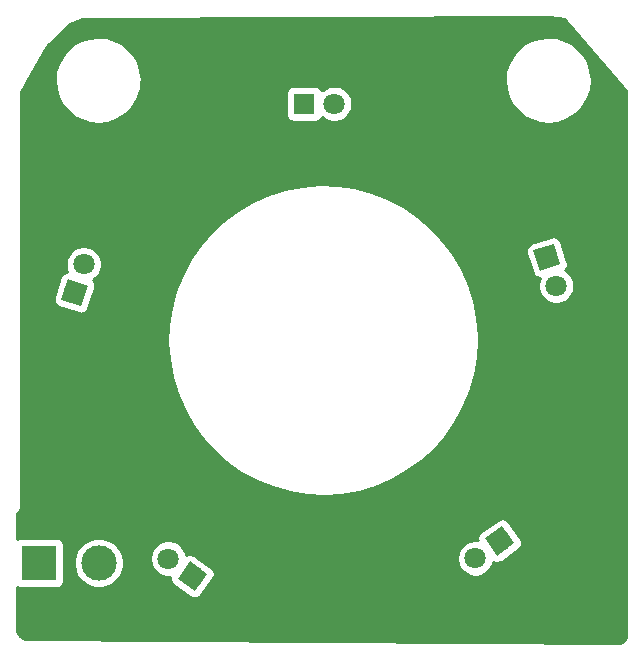
<source format=gbr>
G04 #@! TF.GenerationSoftware,KiCad,Pcbnew,(5.1.0)-1*
G04 #@! TF.CreationDate,2019-11-21T20:20:06-05:00*
G04 #@! TF.ProjectId,gopro_lights,676f7072-6f5f-46c6-9967-6874732e6b69,1*
G04 #@! TF.SameCoordinates,Original*
G04 #@! TF.FileFunction,Copper,L2,Bot*
G04 #@! TF.FilePolarity,Positive*
%FSLAX46Y46*%
G04 Gerber Fmt 4.6, Leading zero omitted, Abs format (unit mm)*
G04 Created by KiCad (PCBNEW (5.1.0)-1) date 2019-11-21 20:20:06*
%MOMM*%
%LPD*%
G04 APERTURE LIST*
%ADD10R,1.800000X1.800000*%
%ADD11C,1.800000*%
%ADD12C,0.100000*%
%ADD13R,3.000000X3.000000*%
%ADD14C,3.000000*%
%ADD15C,0.800000*%
%ADD16C,0.254000*%
G04 APERTURE END LIST*
D10*
X104460000Y-66000000D03*
D11*
X107000000Y-66000000D03*
X85784903Y-79584316D03*
X85000000Y-82000000D03*
D12*
G36*
X85577836Y-83134066D02*
G01*
X83865934Y-82577836D01*
X84422164Y-80865934D01*
X86134066Y-81422164D01*
X85577836Y-83134066D01*
X85577836Y-83134066D01*
G37*
D11*
X95000000Y-106000000D03*
D12*
G36*
X96257122Y-105800891D02*
G01*
X95199109Y-107257122D01*
X93742878Y-106199109D01*
X94800891Y-104742878D01*
X96257122Y-105800891D01*
X96257122Y-105800891D01*
G37*
D11*
X92945097Y-104507025D03*
X118945097Y-104492975D03*
X121000000Y-103000000D03*
D12*
G36*
X121199109Y-101742878D02*
G01*
X122257122Y-103199109D01*
X120800891Y-104257122D01*
X119742878Y-102800891D01*
X121199109Y-101742878D01*
X121199109Y-101742878D01*
G37*
D11*
X125000000Y-79000000D03*
D12*
G36*
X123865934Y-78422164D02*
G01*
X125577836Y-77865934D01*
X126134066Y-79577836D01*
X124422164Y-80134066D01*
X123865934Y-78422164D01*
X123865934Y-78422164D01*
G37*
D11*
X125784903Y-81415684D03*
D13*
X81980000Y-104870000D03*
D14*
X87060000Y-104870000D03*
D15*
X106480000Y-110980000D03*
D16*
G36*
X125983594Y-58739638D02*
G01*
X126458304Y-58860068D01*
X126579566Y-58971699D01*
X131401496Y-64471969D01*
X131690000Y-64952809D01*
X131690001Y-110977572D01*
X131690000Y-110977582D01*
X131690000Y-111067723D01*
X131670898Y-111262540D01*
X131642636Y-111356149D01*
X131619053Y-111384543D01*
X131486203Y-111492266D01*
X131334892Y-111571996D01*
X131170927Y-111620674D01*
X130994386Y-111637001D01*
X81009509Y-111338957D01*
X80834015Y-111320699D01*
X80671358Y-111270545D01*
X80521546Y-111189768D01*
X80390259Y-111081430D01*
X80282514Y-110949670D01*
X80202403Y-110799492D01*
X80152977Y-110636613D01*
X80135501Y-110461043D01*
X80130161Y-106903025D01*
X80235820Y-106959502D01*
X80355518Y-106995812D01*
X80480000Y-107008072D01*
X83480000Y-107008072D01*
X83604482Y-106995812D01*
X83724180Y-106959502D01*
X83834494Y-106900537D01*
X83931185Y-106821185D01*
X84010537Y-106724494D01*
X84069502Y-106614180D01*
X84105812Y-106494482D01*
X84118072Y-106370000D01*
X84118072Y-104659721D01*
X84925000Y-104659721D01*
X84925000Y-105080279D01*
X85007047Y-105492756D01*
X85167988Y-105881302D01*
X85401637Y-106230983D01*
X85699017Y-106528363D01*
X86048698Y-106762012D01*
X86437244Y-106922953D01*
X86849721Y-107005000D01*
X87270279Y-107005000D01*
X87682756Y-106922953D01*
X88071302Y-106762012D01*
X88420983Y-106528363D01*
X88718363Y-106230983D01*
X88952012Y-105881302D01*
X89112953Y-105492756D01*
X89195000Y-105080279D01*
X89195000Y-104659721D01*
X89134555Y-104355841D01*
X91410097Y-104355841D01*
X91410097Y-104658209D01*
X91469086Y-104954768D01*
X91584798Y-105234120D01*
X91752785Y-105485530D01*
X91966592Y-105699337D01*
X92218002Y-105867324D01*
X92497354Y-105983036D01*
X92793913Y-106042025D01*
X93096281Y-106042025D01*
X93127401Y-106035835D01*
X93122436Y-106050154D01*
X93105298Y-106174059D01*
X93112662Y-106298926D01*
X93144244Y-106419957D01*
X93198832Y-106532501D01*
X93274328Y-106632233D01*
X93367829Y-106715320D01*
X94824060Y-107773333D01*
X94931974Y-107836583D01*
X95050154Y-107877564D01*
X95174059Y-107894702D01*
X95298926Y-107887338D01*
X95419957Y-107855756D01*
X95532501Y-107801168D01*
X95632233Y-107725672D01*
X95715320Y-107632171D01*
X96773333Y-106175940D01*
X96836583Y-106068026D01*
X96877564Y-105949846D01*
X96894702Y-105825941D01*
X96887338Y-105701074D01*
X96855756Y-105580043D01*
X96801168Y-105467499D01*
X96725672Y-105367767D01*
X96632171Y-105284680D01*
X95334395Y-104341791D01*
X117410097Y-104341791D01*
X117410097Y-104644159D01*
X117469086Y-104940718D01*
X117584798Y-105220070D01*
X117752785Y-105471480D01*
X117966592Y-105685287D01*
X118218002Y-105853274D01*
X118497354Y-105968986D01*
X118793913Y-106027975D01*
X119096281Y-106027975D01*
X119392840Y-105968986D01*
X119672192Y-105853274D01*
X119923602Y-105685287D01*
X120137409Y-105471480D01*
X120305396Y-105220070D01*
X120421108Y-104940718D01*
X120451305Y-104788909D01*
X120467499Y-104801168D01*
X120580043Y-104855756D01*
X120701074Y-104887338D01*
X120825941Y-104894702D01*
X120949846Y-104877564D01*
X121068026Y-104836583D01*
X121175940Y-104773333D01*
X122632171Y-103715320D01*
X122725672Y-103632233D01*
X122801168Y-103532501D01*
X122855756Y-103419957D01*
X122887338Y-103298926D01*
X122894702Y-103174059D01*
X122877564Y-103050154D01*
X122836583Y-102931974D01*
X122773333Y-102824060D01*
X121715320Y-101367829D01*
X121632233Y-101274328D01*
X121532501Y-101198832D01*
X121419957Y-101144244D01*
X121298926Y-101112662D01*
X121174059Y-101105298D01*
X121050154Y-101122436D01*
X120931974Y-101163417D01*
X120824060Y-101226667D01*
X119367829Y-102284680D01*
X119274328Y-102367767D01*
X119198832Y-102467499D01*
X119144244Y-102580043D01*
X119112662Y-102701074D01*
X119105298Y-102825941D01*
X119122436Y-102949846D01*
X119127401Y-102964165D01*
X119096281Y-102957975D01*
X118793913Y-102957975D01*
X118497354Y-103016964D01*
X118218002Y-103132676D01*
X117966592Y-103300663D01*
X117752785Y-103514470D01*
X117584798Y-103765880D01*
X117469086Y-104045232D01*
X117410097Y-104341791D01*
X95334395Y-104341791D01*
X95175940Y-104226667D01*
X95068026Y-104163417D01*
X94949846Y-104122436D01*
X94825941Y-104105298D01*
X94701074Y-104112662D01*
X94580043Y-104144244D01*
X94467499Y-104198832D01*
X94451305Y-104211091D01*
X94421108Y-104059282D01*
X94305396Y-103779930D01*
X94137409Y-103528520D01*
X93923602Y-103314713D01*
X93672192Y-103146726D01*
X93392840Y-103031014D01*
X93096281Y-102972025D01*
X92793913Y-102972025D01*
X92497354Y-103031014D01*
X92218002Y-103146726D01*
X91966592Y-103314713D01*
X91752785Y-103528520D01*
X91584798Y-103779930D01*
X91469086Y-104059282D01*
X91410097Y-104355841D01*
X89134555Y-104355841D01*
X89112953Y-104247244D01*
X88952012Y-103858698D01*
X88718363Y-103509017D01*
X88420983Y-103211637D01*
X88071302Y-102977988D01*
X87682756Y-102817047D01*
X87270279Y-102735000D01*
X86849721Y-102735000D01*
X86437244Y-102817047D01*
X86048698Y-102977988D01*
X85699017Y-103211637D01*
X85401637Y-103509017D01*
X85167988Y-103858698D01*
X85007047Y-104247244D01*
X84925000Y-104659721D01*
X84118072Y-104659721D01*
X84118072Y-103370000D01*
X84105812Y-103245518D01*
X84069502Y-103125820D01*
X84010537Y-103015506D01*
X83931185Y-102918815D01*
X83834494Y-102839463D01*
X83724180Y-102780498D01*
X83604482Y-102744188D01*
X83480000Y-102731928D01*
X80480000Y-102731928D01*
X80355518Y-102744188D01*
X80235820Y-102780498D01*
X80125506Y-102839463D01*
X80124064Y-102840646D01*
X80120870Y-100712511D01*
X80243769Y-100589612D01*
X80268948Y-100568948D01*
X80351425Y-100468450D01*
X80412710Y-100353793D01*
X80450450Y-100229383D01*
X80460000Y-100132419D01*
X80460000Y-100132412D01*
X80463192Y-100100000D01*
X80460000Y-100067588D01*
X80460000Y-86184022D01*
X92871285Y-86184022D01*
X92973928Y-87651892D01*
X93239554Y-89099173D01*
X93664851Y-90507825D01*
X94244519Y-91860292D01*
X94971332Y-93139714D01*
X95836232Y-94330146D01*
X96828437Y-95416750D01*
X97935582Y-96385982D01*
X99143866Y-97225761D01*
X100438229Y-97925621D01*
X101802538Y-98476837D01*
X103219788Y-98872541D01*
X104672315Y-99107799D01*
X106142013Y-99179679D01*
X107610564Y-99087285D01*
X109059664Y-98831770D01*
X110471252Y-98416317D01*
X111827732Y-97846106D01*
X113112197Y-97128242D01*
X114308638Y-96271674D01*
X115402142Y-95287079D01*
X116379080Y-94186728D01*
X117227274Y-92984336D01*
X117936153Y-91694890D01*
X118496881Y-90334462D01*
X118902468Y-88920009D01*
X119147861Y-87469161D01*
X119230000Y-86000000D01*
X119224861Y-85631993D01*
X119101733Y-84165699D01*
X118815926Y-82722267D01*
X118371002Y-81319690D01*
X117772508Y-79975449D01*
X117027902Y-78706299D01*
X116777890Y-78372101D01*
X123229829Y-78372101D01*
X123232285Y-78497161D01*
X123259091Y-78619339D01*
X123815321Y-80331241D01*
X123865449Y-80445841D01*
X123936970Y-80548460D01*
X124027137Y-80635155D01*
X124132485Y-80702592D01*
X124248965Y-80748182D01*
X124372101Y-80770171D01*
X124390965Y-80769801D01*
X124308892Y-80967941D01*
X124249903Y-81264500D01*
X124249903Y-81566868D01*
X124308892Y-81863427D01*
X124424604Y-82142779D01*
X124592591Y-82394189D01*
X124806398Y-82607996D01*
X125057808Y-82775983D01*
X125337160Y-82891695D01*
X125633719Y-82950684D01*
X125936087Y-82950684D01*
X126232646Y-82891695D01*
X126511998Y-82775983D01*
X126763408Y-82607996D01*
X126977215Y-82394189D01*
X127145202Y-82142779D01*
X127260914Y-81863427D01*
X127319903Y-81566868D01*
X127319903Y-81264500D01*
X127260914Y-80967941D01*
X127145202Y-80688589D01*
X126977215Y-80437179D01*
X126763408Y-80223372D01*
X126536213Y-80071565D01*
X126548460Y-80063030D01*
X126635155Y-79972863D01*
X126702592Y-79867515D01*
X126748182Y-79751035D01*
X126770171Y-79627899D01*
X126767715Y-79502839D01*
X126740909Y-79380661D01*
X126184679Y-77668759D01*
X126134551Y-77554159D01*
X126063030Y-77451540D01*
X125972863Y-77364845D01*
X125867515Y-77297408D01*
X125751035Y-77251818D01*
X125627899Y-77229829D01*
X125502839Y-77232285D01*
X125380661Y-77259091D01*
X123668759Y-77815321D01*
X123554159Y-77865449D01*
X123451540Y-77936970D01*
X123364845Y-78027137D01*
X123297408Y-78132485D01*
X123251818Y-78248965D01*
X123229829Y-78372101D01*
X116777890Y-78372101D01*
X116146466Y-77528059D01*
X115139186Y-76455415D01*
X114018616Y-75501736D01*
X112798725Y-74678909D01*
X111494716Y-73997189D01*
X110122844Y-73465075D01*
X108700207Y-73089198D01*
X107244537Y-72874244D01*
X105773979Y-72822891D01*
X104306861Y-72935779D01*
X102861469Y-73211502D01*
X101455820Y-73646623D01*
X100107434Y-74235719D01*
X98833117Y-74971446D01*
X97648752Y-75844635D01*
X96569101Y-76844403D01*
X95607623Y-77958287D01*
X94776299Y-79172404D01*
X94085493Y-80471622D01*
X93543814Y-81839746D01*
X93158015Y-83259724D01*
X92932903Y-84713857D01*
X92871285Y-86184022D01*
X80460000Y-86184022D01*
X80460000Y-82627899D01*
X83229829Y-82627899D01*
X83251818Y-82751035D01*
X83297408Y-82867515D01*
X83364845Y-82972863D01*
X83451540Y-83063030D01*
X83554159Y-83134551D01*
X83668759Y-83184679D01*
X85380661Y-83740909D01*
X85502839Y-83767715D01*
X85627899Y-83770171D01*
X85751035Y-83748182D01*
X85867515Y-83702592D01*
X85972863Y-83635155D01*
X86063030Y-83548460D01*
X86134551Y-83445841D01*
X86184679Y-83331241D01*
X86740909Y-81619339D01*
X86767715Y-81497161D01*
X86770171Y-81372101D01*
X86748182Y-81248965D01*
X86702592Y-81132485D01*
X86635155Y-81027137D01*
X86548460Y-80936970D01*
X86536213Y-80928435D01*
X86763408Y-80776628D01*
X86977215Y-80562821D01*
X87145202Y-80311411D01*
X87260914Y-80032059D01*
X87319903Y-79735500D01*
X87319903Y-79433132D01*
X87260914Y-79136573D01*
X87145202Y-78857221D01*
X86977215Y-78605811D01*
X86763408Y-78392004D01*
X86511998Y-78224017D01*
X86232646Y-78108305D01*
X85936087Y-78049316D01*
X85633719Y-78049316D01*
X85337160Y-78108305D01*
X85057808Y-78224017D01*
X84806398Y-78392004D01*
X84592591Y-78605811D01*
X84424604Y-78857221D01*
X84308892Y-79136573D01*
X84249903Y-79433132D01*
X84249903Y-79735500D01*
X84308892Y-80032059D01*
X84390965Y-80230199D01*
X84372101Y-80229829D01*
X84248965Y-80251818D01*
X84132485Y-80297408D01*
X84027137Y-80364845D01*
X83936970Y-80451540D01*
X83865449Y-80554159D01*
X83815321Y-80668759D01*
X83259091Y-82380661D01*
X83232285Y-82502839D01*
X83229829Y-82627899D01*
X80460000Y-82627899D01*
X80460000Y-64979257D01*
X81004171Y-64051381D01*
X83320359Y-64051381D01*
X83400417Y-64765115D01*
X83617582Y-65449706D01*
X83963582Y-66079079D01*
X84425239Y-66629259D01*
X84984967Y-67079293D01*
X85621448Y-67412037D01*
X86310437Y-67614817D01*
X87025691Y-67679910D01*
X87739967Y-67604837D01*
X88426057Y-67392456D01*
X89057830Y-67050858D01*
X89611220Y-66593054D01*
X90065150Y-66036481D01*
X90402329Y-65402339D01*
X90493610Y-65100000D01*
X102921928Y-65100000D01*
X102921928Y-66900000D01*
X102934188Y-67024482D01*
X102970498Y-67144180D01*
X103029463Y-67254494D01*
X103108815Y-67351185D01*
X103205506Y-67430537D01*
X103315820Y-67489502D01*
X103435518Y-67525812D01*
X103560000Y-67538072D01*
X105360000Y-67538072D01*
X105484482Y-67525812D01*
X105604180Y-67489502D01*
X105714494Y-67430537D01*
X105811185Y-67351185D01*
X105890537Y-67254494D01*
X105949502Y-67144180D01*
X105955056Y-67125873D01*
X106021495Y-67192312D01*
X106272905Y-67360299D01*
X106552257Y-67476011D01*
X106848816Y-67535000D01*
X107151184Y-67535000D01*
X107447743Y-67476011D01*
X107727095Y-67360299D01*
X107978505Y-67192312D01*
X108192312Y-66978505D01*
X108360299Y-66727095D01*
X108476011Y-66447743D01*
X108535000Y-66151184D01*
X108535000Y-65848816D01*
X108476011Y-65552257D01*
X108360299Y-65272905D01*
X108192312Y-65021495D01*
X107978505Y-64807688D01*
X107727095Y-64639701D01*
X107447743Y-64523989D01*
X107151184Y-64465000D01*
X106848816Y-64465000D01*
X106552257Y-64523989D01*
X106272905Y-64639701D01*
X106021495Y-64807688D01*
X105955056Y-64874127D01*
X105949502Y-64855820D01*
X105890537Y-64745506D01*
X105811185Y-64648815D01*
X105714494Y-64569463D01*
X105604180Y-64510498D01*
X105484482Y-64474188D01*
X105360000Y-64461928D01*
X103560000Y-64461928D01*
X103435518Y-64474188D01*
X103315820Y-64510498D01*
X103205506Y-64569463D01*
X103108815Y-64648815D01*
X103029463Y-64745506D01*
X102970498Y-64855820D01*
X102934188Y-64975518D01*
X102921928Y-65100000D01*
X90493610Y-65100000D01*
X90609915Y-64714782D01*
X90674962Y-64051381D01*
X121420359Y-64051381D01*
X121500417Y-64765115D01*
X121717582Y-65449706D01*
X122063582Y-66079079D01*
X122525239Y-66629259D01*
X123084967Y-67079293D01*
X123721448Y-67412037D01*
X124410437Y-67614817D01*
X125125691Y-67679910D01*
X125839967Y-67604837D01*
X126526057Y-67392456D01*
X127157830Y-67050858D01*
X127711220Y-66593054D01*
X128165150Y-66036481D01*
X128502329Y-65402339D01*
X128709915Y-64714782D01*
X128780000Y-64000000D01*
X128778565Y-63897248D01*
X128688550Y-63184702D01*
X128461847Y-62503209D01*
X128107093Y-61878729D01*
X127637800Y-61335048D01*
X127071843Y-60892873D01*
X126430778Y-60569048D01*
X125739025Y-60375907D01*
X125022932Y-60320807D01*
X124309774Y-60405846D01*
X123626716Y-60627785D01*
X122999774Y-60978171D01*
X122452830Y-61443657D01*
X122006715Y-62006514D01*
X121678423Y-62645302D01*
X121480457Y-63335690D01*
X121420359Y-64051381D01*
X90674962Y-64051381D01*
X90680000Y-64000000D01*
X90678565Y-63897248D01*
X90588550Y-63184702D01*
X90361847Y-62503209D01*
X90007093Y-61878729D01*
X89537800Y-61335048D01*
X88971843Y-60892873D01*
X88330778Y-60569048D01*
X87639025Y-60375907D01*
X86922932Y-60320807D01*
X86209774Y-60405846D01*
X85526716Y-60627785D01*
X84899774Y-60978171D01*
X84352830Y-61443657D01*
X83906715Y-62006514D01*
X83578423Y-62645302D01*
X83380457Y-63335690D01*
X83320359Y-64051381D01*
X81004171Y-64051381D01*
X82709072Y-61144329D01*
X84613582Y-59228449D01*
X84643344Y-59210637D01*
X85457216Y-58890045D01*
X85626243Y-58853809D01*
X125188930Y-58672417D01*
X125983594Y-58739638D01*
X125983594Y-58739638D01*
G37*
X125983594Y-58739638D02*
X126458304Y-58860068D01*
X126579566Y-58971699D01*
X131401496Y-64471969D01*
X131690000Y-64952809D01*
X131690001Y-110977572D01*
X131690000Y-110977582D01*
X131690000Y-111067723D01*
X131670898Y-111262540D01*
X131642636Y-111356149D01*
X131619053Y-111384543D01*
X131486203Y-111492266D01*
X131334892Y-111571996D01*
X131170927Y-111620674D01*
X130994386Y-111637001D01*
X81009509Y-111338957D01*
X80834015Y-111320699D01*
X80671358Y-111270545D01*
X80521546Y-111189768D01*
X80390259Y-111081430D01*
X80282514Y-110949670D01*
X80202403Y-110799492D01*
X80152977Y-110636613D01*
X80135501Y-110461043D01*
X80130161Y-106903025D01*
X80235820Y-106959502D01*
X80355518Y-106995812D01*
X80480000Y-107008072D01*
X83480000Y-107008072D01*
X83604482Y-106995812D01*
X83724180Y-106959502D01*
X83834494Y-106900537D01*
X83931185Y-106821185D01*
X84010537Y-106724494D01*
X84069502Y-106614180D01*
X84105812Y-106494482D01*
X84118072Y-106370000D01*
X84118072Y-104659721D01*
X84925000Y-104659721D01*
X84925000Y-105080279D01*
X85007047Y-105492756D01*
X85167988Y-105881302D01*
X85401637Y-106230983D01*
X85699017Y-106528363D01*
X86048698Y-106762012D01*
X86437244Y-106922953D01*
X86849721Y-107005000D01*
X87270279Y-107005000D01*
X87682756Y-106922953D01*
X88071302Y-106762012D01*
X88420983Y-106528363D01*
X88718363Y-106230983D01*
X88952012Y-105881302D01*
X89112953Y-105492756D01*
X89195000Y-105080279D01*
X89195000Y-104659721D01*
X89134555Y-104355841D01*
X91410097Y-104355841D01*
X91410097Y-104658209D01*
X91469086Y-104954768D01*
X91584798Y-105234120D01*
X91752785Y-105485530D01*
X91966592Y-105699337D01*
X92218002Y-105867324D01*
X92497354Y-105983036D01*
X92793913Y-106042025D01*
X93096281Y-106042025D01*
X93127401Y-106035835D01*
X93122436Y-106050154D01*
X93105298Y-106174059D01*
X93112662Y-106298926D01*
X93144244Y-106419957D01*
X93198832Y-106532501D01*
X93274328Y-106632233D01*
X93367829Y-106715320D01*
X94824060Y-107773333D01*
X94931974Y-107836583D01*
X95050154Y-107877564D01*
X95174059Y-107894702D01*
X95298926Y-107887338D01*
X95419957Y-107855756D01*
X95532501Y-107801168D01*
X95632233Y-107725672D01*
X95715320Y-107632171D01*
X96773333Y-106175940D01*
X96836583Y-106068026D01*
X96877564Y-105949846D01*
X96894702Y-105825941D01*
X96887338Y-105701074D01*
X96855756Y-105580043D01*
X96801168Y-105467499D01*
X96725672Y-105367767D01*
X96632171Y-105284680D01*
X95334395Y-104341791D01*
X117410097Y-104341791D01*
X117410097Y-104644159D01*
X117469086Y-104940718D01*
X117584798Y-105220070D01*
X117752785Y-105471480D01*
X117966592Y-105685287D01*
X118218002Y-105853274D01*
X118497354Y-105968986D01*
X118793913Y-106027975D01*
X119096281Y-106027975D01*
X119392840Y-105968986D01*
X119672192Y-105853274D01*
X119923602Y-105685287D01*
X120137409Y-105471480D01*
X120305396Y-105220070D01*
X120421108Y-104940718D01*
X120451305Y-104788909D01*
X120467499Y-104801168D01*
X120580043Y-104855756D01*
X120701074Y-104887338D01*
X120825941Y-104894702D01*
X120949846Y-104877564D01*
X121068026Y-104836583D01*
X121175940Y-104773333D01*
X122632171Y-103715320D01*
X122725672Y-103632233D01*
X122801168Y-103532501D01*
X122855756Y-103419957D01*
X122887338Y-103298926D01*
X122894702Y-103174059D01*
X122877564Y-103050154D01*
X122836583Y-102931974D01*
X122773333Y-102824060D01*
X121715320Y-101367829D01*
X121632233Y-101274328D01*
X121532501Y-101198832D01*
X121419957Y-101144244D01*
X121298926Y-101112662D01*
X121174059Y-101105298D01*
X121050154Y-101122436D01*
X120931974Y-101163417D01*
X120824060Y-101226667D01*
X119367829Y-102284680D01*
X119274328Y-102367767D01*
X119198832Y-102467499D01*
X119144244Y-102580043D01*
X119112662Y-102701074D01*
X119105298Y-102825941D01*
X119122436Y-102949846D01*
X119127401Y-102964165D01*
X119096281Y-102957975D01*
X118793913Y-102957975D01*
X118497354Y-103016964D01*
X118218002Y-103132676D01*
X117966592Y-103300663D01*
X117752785Y-103514470D01*
X117584798Y-103765880D01*
X117469086Y-104045232D01*
X117410097Y-104341791D01*
X95334395Y-104341791D01*
X95175940Y-104226667D01*
X95068026Y-104163417D01*
X94949846Y-104122436D01*
X94825941Y-104105298D01*
X94701074Y-104112662D01*
X94580043Y-104144244D01*
X94467499Y-104198832D01*
X94451305Y-104211091D01*
X94421108Y-104059282D01*
X94305396Y-103779930D01*
X94137409Y-103528520D01*
X93923602Y-103314713D01*
X93672192Y-103146726D01*
X93392840Y-103031014D01*
X93096281Y-102972025D01*
X92793913Y-102972025D01*
X92497354Y-103031014D01*
X92218002Y-103146726D01*
X91966592Y-103314713D01*
X91752785Y-103528520D01*
X91584798Y-103779930D01*
X91469086Y-104059282D01*
X91410097Y-104355841D01*
X89134555Y-104355841D01*
X89112953Y-104247244D01*
X88952012Y-103858698D01*
X88718363Y-103509017D01*
X88420983Y-103211637D01*
X88071302Y-102977988D01*
X87682756Y-102817047D01*
X87270279Y-102735000D01*
X86849721Y-102735000D01*
X86437244Y-102817047D01*
X86048698Y-102977988D01*
X85699017Y-103211637D01*
X85401637Y-103509017D01*
X85167988Y-103858698D01*
X85007047Y-104247244D01*
X84925000Y-104659721D01*
X84118072Y-104659721D01*
X84118072Y-103370000D01*
X84105812Y-103245518D01*
X84069502Y-103125820D01*
X84010537Y-103015506D01*
X83931185Y-102918815D01*
X83834494Y-102839463D01*
X83724180Y-102780498D01*
X83604482Y-102744188D01*
X83480000Y-102731928D01*
X80480000Y-102731928D01*
X80355518Y-102744188D01*
X80235820Y-102780498D01*
X80125506Y-102839463D01*
X80124064Y-102840646D01*
X80120870Y-100712511D01*
X80243769Y-100589612D01*
X80268948Y-100568948D01*
X80351425Y-100468450D01*
X80412710Y-100353793D01*
X80450450Y-100229383D01*
X80460000Y-100132419D01*
X80460000Y-100132412D01*
X80463192Y-100100000D01*
X80460000Y-100067588D01*
X80460000Y-86184022D01*
X92871285Y-86184022D01*
X92973928Y-87651892D01*
X93239554Y-89099173D01*
X93664851Y-90507825D01*
X94244519Y-91860292D01*
X94971332Y-93139714D01*
X95836232Y-94330146D01*
X96828437Y-95416750D01*
X97935582Y-96385982D01*
X99143866Y-97225761D01*
X100438229Y-97925621D01*
X101802538Y-98476837D01*
X103219788Y-98872541D01*
X104672315Y-99107799D01*
X106142013Y-99179679D01*
X107610564Y-99087285D01*
X109059664Y-98831770D01*
X110471252Y-98416317D01*
X111827732Y-97846106D01*
X113112197Y-97128242D01*
X114308638Y-96271674D01*
X115402142Y-95287079D01*
X116379080Y-94186728D01*
X117227274Y-92984336D01*
X117936153Y-91694890D01*
X118496881Y-90334462D01*
X118902468Y-88920009D01*
X119147861Y-87469161D01*
X119230000Y-86000000D01*
X119224861Y-85631993D01*
X119101733Y-84165699D01*
X118815926Y-82722267D01*
X118371002Y-81319690D01*
X117772508Y-79975449D01*
X117027902Y-78706299D01*
X116777890Y-78372101D01*
X123229829Y-78372101D01*
X123232285Y-78497161D01*
X123259091Y-78619339D01*
X123815321Y-80331241D01*
X123865449Y-80445841D01*
X123936970Y-80548460D01*
X124027137Y-80635155D01*
X124132485Y-80702592D01*
X124248965Y-80748182D01*
X124372101Y-80770171D01*
X124390965Y-80769801D01*
X124308892Y-80967941D01*
X124249903Y-81264500D01*
X124249903Y-81566868D01*
X124308892Y-81863427D01*
X124424604Y-82142779D01*
X124592591Y-82394189D01*
X124806398Y-82607996D01*
X125057808Y-82775983D01*
X125337160Y-82891695D01*
X125633719Y-82950684D01*
X125936087Y-82950684D01*
X126232646Y-82891695D01*
X126511998Y-82775983D01*
X126763408Y-82607996D01*
X126977215Y-82394189D01*
X127145202Y-82142779D01*
X127260914Y-81863427D01*
X127319903Y-81566868D01*
X127319903Y-81264500D01*
X127260914Y-80967941D01*
X127145202Y-80688589D01*
X126977215Y-80437179D01*
X126763408Y-80223372D01*
X126536213Y-80071565D01*
X126548460Y-80063030D01*
X126635155Y-79972863D01*
X126702592Y-79867515D01*
X126748182Y-79751035D01*
X126770171Y-79627899D01*
X126767715Y-79502839D01*
X126740909Y-79380661D01*
X126184679Y-77668759D01*
X126134551Y-77554159D01*
X126063030Y-77451540D01*
X125972863Y-77364845D01*
X125867515Y-77297408D01*
X125751035Y-77251818D01*
X125627899Y-77229829D01*
X125502839Y-77232285D01*
X125380661Y-77259091D01*
X123668759Y-77815321D01*
X123554159Y-77865449D01*
X123451540Y-77936970D01*
X123364845Y-78027137D01*
X123297408Y-78132485D01*
X123251818Y-78248965D01*
X123229829Y-78372101D01*
X116777890Y-78372101D01*
X116146466Y-77528059D01*
X115139186Y-76455415D01*
X114018616Y-75501736D01*
X112798725Y-74678909D01*
X111494716Y-73997189D01*
X110122844Y-73465075D01*
X108700207Y-73089198D01*
X107244537Y-72874244D01*
X105773979Y-72822891D01*
X104306861Y-72935779D01*
X102861469Y-73211502D01*
X101455820Y-73646623D01*
X100107434Y-74235719D01*
X98833117Y-74971446D01*
X97648752Y-75844635D01*
X96569101Y-76844403D01*
X95607623Y-77958287D01*
X94776299Y-79172404D01*
X94085493Y-80471622D01*
X93543814Y-81839746D01*
X93158015Y-83259724D01*
X92932903Y-84713857D01*
X92871285Y-86184022D01*
X80460000Y-86184022D01*
X80460000Y-82627899D01*
X83229829Y-82627899D01*
X83251818Y-82751035D01*
X83297408Y-82867515D01*
X83364845Y-82972863D01*
X83451540Y-83063030D01*
X83554159Y-83134551D01*
X83668759Y-83184679D01*
X85380661Y-83740909D01*
X85502839Y-83767715D01*
X85627899Y-83770171D01*
X85751035Y-83748182D01*
X85867515Y-83702592D01*
X85972863Y-83635155D01*
X86063030Y-83548460D01*
X86134551Y-83445841D01*
X86184679Y-83331241D01*
X86740909Y-81619339D01*
X86767715Y-81497161D01*
X86770171Y-81372101D01*
X86748182Y-81248965D01*
X86702592Y-81132485D01*
X86635155Y-81027137D01*
X86548460Y-80936970D01*
X86536213Y-80928435D01*
X86763408Y-80776628D01*
X86977215Y-80562821D01*
X87145202Y-80311411D01*
X87260914Y-80032059D01*
X87319903Y-79735500D01*
X87319903Y-79433132D01*
X87260914Y-79136573D01*
X87145202Y-78857221D01*
X86977215Y-78605811D01*
X86763408Y-78392004D01*
X86511998Y-78224017D01*
X86232646Y-78108305D01*
X85936087Y-78049316D01*
X85633719Y-78049316D01*
X85337160Y-78108305D01*
X85057808Y-78224017D01*
X84806398Y-78392004D01*
X84592591Y-78605811D01*
X84424604Y-78857221D01*
X84308892Y-79136573D01*
X84249903Y-79433132D01*
X84249903Y-79735500D01*
X84308892Y-80032059D01*
X84390965Y-80230199D01*
X84372101Y-80229829D01*
X84248965Y-80251818D01*
X84132485Y-80297408D01*
X84027137Y-80364845D01*
X83936970Y-80451540D01*
X83865449Y-80554159D01*
X83815321Y-80668759D01*
X83259091Y-82380661D01*
X83232285Y-82502839D01*
X83229829Y-82627899D01*
X80460000Y-82627899D01*
X80460000Y-64979257D01*
X81004171Y-64051381D01*
X83320359Y-64051381D01*
X83400417Y-64765115D01*
X83617582Y-65449706D01*
X83963582Y-66079079D01*
X84425239Y-66629259D01*
X84984967Y-67079293D01*
X85621448Y-67412037D01*
X86310437Y-67614817D01*
X87025691Y-67679910D01*
X87739967Y-67604837D01*
X88426057Y-67392456D01*
X89057830Y-67050858D01*
X89611220Y-66593054D01*
X90065150Y-66036481D01*
X90402329Y-65402339D01*
X90493610Y-65100000D01*
X102921928Y-65100000D01*
X102921928Y-66900000D01*
X102934188Y-67024482D01*
X102970498Y-67144180D01*
X103029463Y-67254494D01*
X103108815Y-67351185D01*
X103205506Y-67430537D01*
X103315820Y-67489502D01*
X103435518Y-67525812D01*
X103560000Y-67538072D01*
X105360000Y-67538072D01*
X105484482Y-67525812D01*
X105604180Y-67489502D01*
X105714494Y-67430537D01*
X105811185Y-67351185D01*
X105890537Y-67254494D01*
X105949502Y-67144180D01*
X105955056Y-67125873D01*
X106021495Y-67192312D01*
X106272905Y-67360299D01*
X106552257Y-67476011D01*
X106848816Y-67535000D01*
X107151184Y-67535000D01*
X107447743Y-67476011D01*
X107727095Y-67360299D01*
X107978505Y-67192312D01*
X108192312Y-66978505D01*
X108360299Y-66727095D01*
X108476011Y-66447743D01*
X108535000Y-66151184D01*
X108535000Y-65848816D01*
X108476011Y-65552257D01*
X108360299Y-65272905D01*
X108192312Y-65021495D01*
X107978505Y-64807688D01*
X107727095Y-64639701D01*
X107447743Y-64523989D01*
X107151184Y-64465000D01*
X106848816Y-64465000D01*
X106552257Y-64523989D01*
X106272905Y-64639701D01*
X106021495Y-64807688D01*
X105955056Y-64874127D01*
X105949502Y-64855820D01*
X105890537Y-64745506D01*
X105811185Y-64648815D01*
X105714494Y-64569463D01*
X105604180Y-64510498D01*
X105484482Y-64474188D01*
X105360000Y-64461928D01*
X103560000Y-64461928D01*
X103435518Y-64474188D01*
X103315820Y-64510498D01*
X103205506Y-64569463D01*
X103108815Y-64648815D01*
X103029463Y-64745506D01*
X102970498Y-64855820D01*
X102934188Y-64975518D01*
X102921928Y-65100000D01*
X90493610Y-65100000D01*
X90609915Y-64714782D01*
X90674962Y-64051381D01*
X121420359Y-64051381D01*
X121500417Y-64765115D01*
X121717582Y-65449706D01*
X122063582Y-66079079D01*
X122525239Y-66629259D01*
X123084967Y-67079293D01*
X123721448Y-67412037D01*
X124410437Y-67614817D01*
X125125691Y-67679910D01*
X125839967Y-67604837D01*
X126526057Y-67392456D01*
X127157830Y-67050858D01*
X127711220Y-66593054D01*
X128165150Y-66036481D01*
X128502329Y-65402339D01*
X128709915Y-64714782D01*
X128780000Y-64000000D01*
X128778565Y-63897248D01*
X128688550Y-63184702D01*
X128461847Y-62503209D01*
X128107093Y-61878729D01*
X127637800Y-61335048D01*
X127071843Y-60892873D01*
X126430778Y-60569048D01*
X125739025Y-60375907D01*
X125022932Y-60320807D01*
X124309774Y-60405846D01*
X123626716Y-60627785D01*
X122999774Y-60978171D01*
X122452830Y-61443657D01*
X122006715Y-62006514D01*
X121678423Y-62645302D01*
X121480457Y-63335690D01*
X121420359Y-64051381D01*
X90674962Y-64051381D01*
X90680000Y-64000000D01*
X90678565Y-63897248D01*
X90588550Y-63184702D01*
X90361847Y-62503209D01*
X90007093Y-61878729D01*
X89537800Y-61335048D01*
X88971843Y-60892873D01*
X88330778Y-60569048D01*
X87639025Y-60375907D01*
X86922932Y-60320807D01*
X86209774Y-60405846D01*
X85526716Y-60627785D01*
X84899774Y-60978171D01*
X84352830Y-61443657D01*
X83906715Y-62006514D01*
X83578423Y-62645302D01*
X83380457Y-63335690D01*
X83320359Y-64051381D01*
X81004171Y-64051381D01*
X82709072Y-61144329D01*
X84613582Y-59228449D01*
X84643344Y-59210637D01*
X85457216Y-58890045D01*
X85626243Y-58853809D01*
X125188930Y-58672417D01*
X125983594Y-58739638D01*
M02*

</source>
